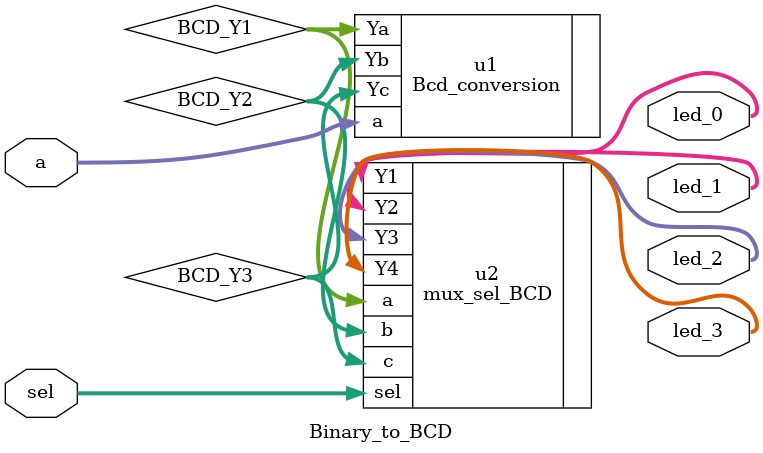
<source format=v>
module Binary_to_BCD(
input [7:0] a,
input [1:0] sel,
output [3:0] led_0,
output[3:0] led_1,
output[3:0] led_2,
output [3:0] led_3
);
wire [3:0]BCD_Y1;
wire [3:0] BCD_Y2;
wire [3:0] BCD_Y3;

//connection
Bcd_conversion u1(
.a(a),
.Ya(BCD_Y1),
.Yb(BCD_Y2),
.Yc(BCD_Y3)
);

mux_sel_BCD u2(
.a(BCD_Y1),
.b(BCD_Y2),
.c(BCD_Y3),
.sel(sel),
.Y1(led_0),
.Y2(led_1),
.Y3(led_2),
.Y4(led_3)
);
endmodule
</source>
